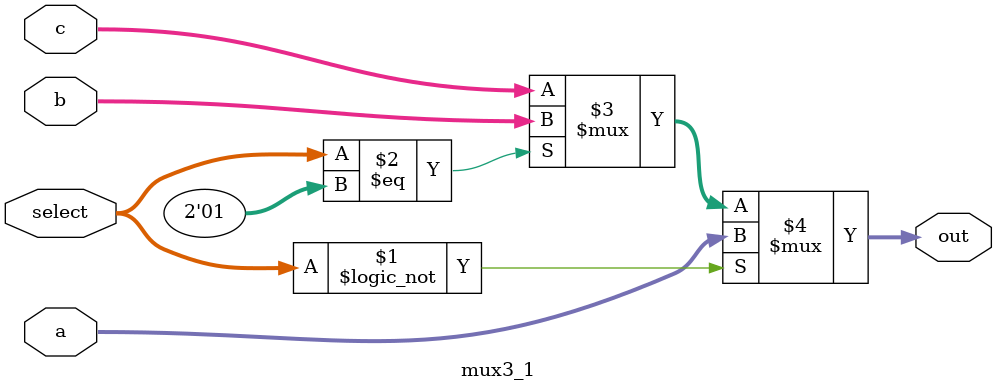
<source format=v>
`timescale 1ns / 1ps


module mux3_1(
    input [31:0] a, b, c,
    input [1:0] select,
    output [31:0] out
    );
    
    assign out = (select == 2'b00) ? a : (select == 2'b01) ? b : c;
endmodule

</source>
